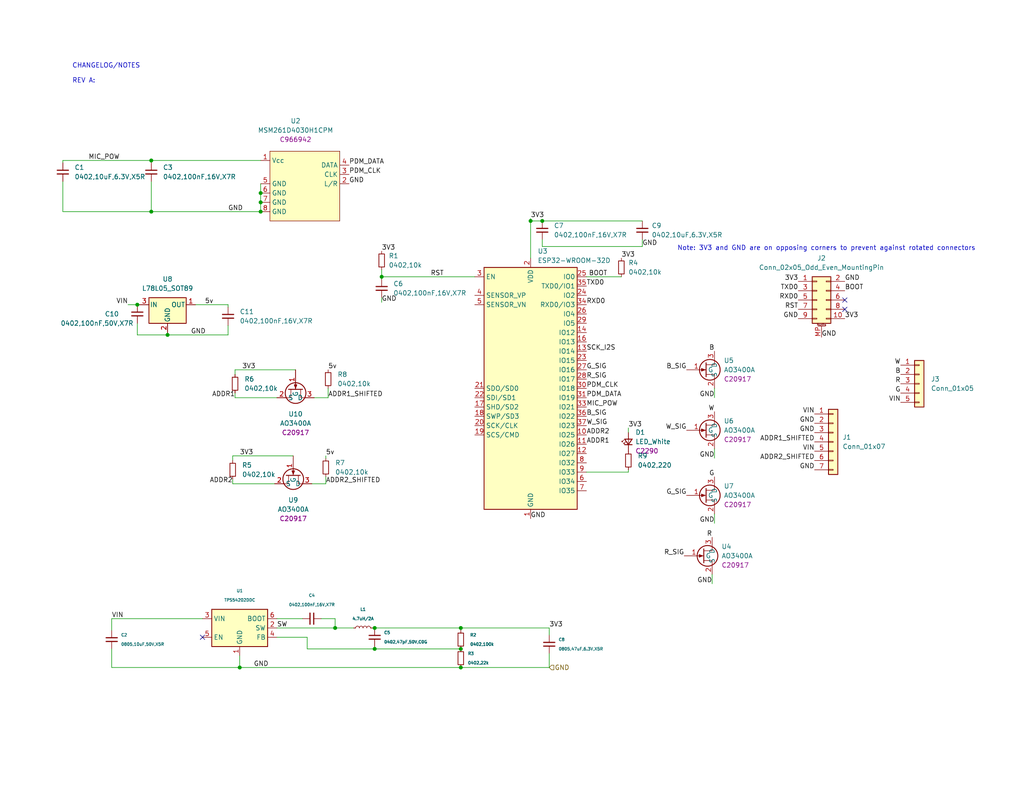
<source format=kicad_sch>
(kicad_sch (version 20211123) (generator eeschema)
  (paper "USLetter")
  (title_block (title "Main"))
  (lib_symbols
    (symbol "Connector_Generic:Conn_01x05" (pin_names (offset 1.016) hide)
      (property "Reference" "J" (at 0 7.62 0))
      (property "Value" "Conn_01x05" (at 0 -7.62 0))
      (symbol "Conn_01x05_1_1"
        (rectangle (start -1.27 -4.953) (end 0 -5.207) (stroke (width 0.1524)))
        (rectangle (start -1.27 -2.413) (end 0 -2.667) (stroke (width 0.1524)))
        (rectangle (start -1.27 0.127) (end 0 -0.127) (stroke (width 0.1524)))
        (rectangle (start -1.27 2.667) (end 0 2.413) (stroke (width 0.1524)))
        (rectangle (start -1.27 5.207) (end 0 4.953) (stroke (width 0.1524)))
        (rectangle (start -1.27 6.35) (end 1.27 -6.35) (stroke (width 0.254)) (fill (type background)))
        (pin passive line (at -5.08 5.08 0) (length 3.81) (name "Pin_1") (number "1"))
        (pin passive line (at -5.08 2.54 0) (length 3.81) (name "Pin_2") (number "2"))
        (pin passive line (at -5.08 0 0) (length 3.81) (name "Pin_3") (number "3"))
        (pin passive line (at -5.08 -2.54 0) (length 3.81) (name "Pin_4") (number "4"))
        (pin passive line (at -5.08 -5.08 0) (length 3.81) (name "Pin_5") (number "5"))
      )
    )
    (symbol "Connector_Generic:Conn_01x07" (pin_names (offset 1.016) hide)
      (property "Reference" "J" (at 0 10.16 0))
      (property "Value" "Conn_01x07" (at 0 -10.16 0))
      (symbol "Conn_01x07_1_1"
        (rectangle (start -1.27 -7.493) (end 0 -7.747) (stroke (width 0.1524)))
        (rectangle (start -1.27 -4.953) (end 0 -5.207) (stroke (width 0.1524)))
        (rectangle (start -1.27 -2.413) (end 0 -2.667) (stroke (width 0.1524)))
        (rectangle (start -1.27 0.127) (end 0 -0.127) (stroke (width 0.1524)))
        (rectangle (start -1.27 2.667) (end 0 2.413) (stroke (width 0.1524)))
        (rectangle (start -1.27 5.207) (end 0 4.953) (stroke (width 0.1524)))
        (rectangle (start -1.27 7.747) (end 0 7.493) (stroke (width 0.1524)))
        (rectangle (start -1.27 8.89) (end 1.27 -8.89) (stroke (width 0.254)) (fill (type background)))
        (pin passive line (at -5.08 7.62 0) (length 3.81) (name "Pin_1") (number "1"))
        (pin passive line (at -5.08 5.08 0) (length 3.81) (name "Pin_2") (number "2"))
        (pin passive line (at -5.08 2.54 0) (length 3.81) (name "Pin_3") (number "3"))
        (pin passive line (at -5.08 0 0) (length 3.81) (name "Pin_4") (number "4"))
        (pin passive line (at -5.08 -2.54 0) (length 3.81) (name "Pin_5") (number "5"))
        (pin passive line (at -5.08 -5.08 0) (length 3.81) (name "Pin_6") (number "6"))
        (pin passive line (at -5.08 -7.62 0) (length 3.81) (name "Pin_7") (number "7"))
      )
    )
    (symbol "Connector_Generic_MountingPin:Conn_02x05_Odd_Even_MountingPin" (pin_names (offset 1.016) hide)
      (property "Reference" "J" (at 1.27 7.62 0))
      (property "Value" "Conn_02x05_Odd_Even_MountingPin" (at 2.54 -7.62 0))
      (symbol "Conn_02x05_Odd_Even_MountingPin_1_1"
        (rectangle (start -1.27 -4.953) (end 0 -5.207) (stroke (width 0.1524)))
        (rectangle (start -1.27 -2.413) (end 0 -2.667) (stroke (width 0.1524)))
        (rectangle (start -1.27 0.127) (end 0 -0.127) (stroke (width 0.1524)))
        (rectangle (start -1.27 2.667) (end 0 2.413) (stroke (width 0.1524)))
        (rectangle (start -1.27 5.207) (end 0 4.953) (stroke (width 0.1524)))
        (rectangle (start -1.27 6.35) (end 3.81 -6.35) (stroke (width 0.254)) (fill (type background)))
        (polyline (pts (xy 0.254 -7.112) (xy 2.286 -7.112)) (stroke (width 0.1524)))
        (rectangle (start 3.81 -4.953) (end 2.54 -5.207) (stroke (width 0.1524)))
        (rectangle (start 3.81 -2.413) (end 2.54 -2.667) (stroke (width 0.1524)))
        (rectangle (start 3.81 0.127) (end 2.54 -0.127) (stroke (width 0.1524)))
        (rectangle (start 3.81 2.667) (end 2.54 2.413) (stroke (width 0.1524)))
        (rectangle (start 3.81 5.207) (end 2.54 4.953) (stroke (width 0.1524)))
        (text "Mounting" (at 1.27 -6.731 0) (effects (font (size 0.381 0.381))))
        (pin passive line (at -5.08 5.08 0) (length 3.81) (name "Pin_1") (number "1"))
        (pin passive line (at 7.62 -5.08 180) (length 3.81) (name "Pin_10") (number "10"))
        (pin passive line (at 7.62 5.08 180) (length 3.81) (name "Pin_2") (number "2"))
        (pin passive line (at -5.08 2.54 0) (length 3.81) (name "Pin_3") (number "3"))
        (pin passive line (at 7.62 2.54 180) (length 3.81) (name "Pin_4") (number "4"))
        (pin passive line (at -5.08 0 0) (length 3.81) (name "Pin_5") (number "5"))
        (pin passive line (at 7.62 0 180) (length 3.81) (name "Pin_6") (number "6"))
        (pin passive line (at -5.08 -2.54 0) (length 3.81) (name "Pin_7") (number "7"))
        (pin passive line (at 7.62 -2.54 180) (length 3.81) (name "Pin_8") (number "8"))
        (pin passive line (at -5.08 -5.08 0) (length 3.81) (name "Pin_9") (number "9"))
        (pin passive line (at 1.27 -10.16 90) (length 3.048) (name "MountPin") (number "MP"))
      )
    )
    (symbol "Device:L_Small" (pin_numbers hide) (pin_names (offset 0.254) hide)
      (property "Reference" "L" (at 0.762 1.016 0))
      (property "Value" "L_Small" (at 0.762 -1.016 0))
      (symbol "L_Small_0_1"
        (arc (start 0 -2.032) (mid 0.508 -1.524) (end 0 -1.016))
        (arc (start 0 -1.016) (mid 0.508 -0.508) (end 0 0))
        (arc (start 0 0) (mid 0.508 0.508) (end 0 1.016))
        (arc (start 0 1.016) (mid 0.508 1.524) (end 0 2.032))
      )
      (symbol "L_Small_1_1"
        (pin passive line (at 0 2.54 270) (length 0.508) (name "~") (number "1"))
        (pin passive line (at 0 -2.54 90) (length 0.508) (name "~") (number "2"))
      )
    )
    (symbol "RF_Module:ESP32-WROOM-32D"
      (property "Reference" "U" (at -12.7 34.29 0))
      (property "Value" "ESP32-WROOM-32D" (at 1.27 34.29 0))
      (symbol "ESP32-WROOM-32D_0_1"
        (rectangle (start -12.7 33.02) (end 12.7 -33.02) (stroke (width 0.254)) (fill (type background)))
      )
      (symbol "ESP32-WROOM-32D_1_1"
        (pin power_in line (at 0 -35.56 90) (length 2.54) (name "GND") (number "1"))
        (pin bidirectional line (at 15.24 -12.7 180) (length 2.54) (name "IO25") (number "10"))
        (pin bidirectional line (at 15.24 -15.24 180) (length 2.54) (name "IO26") (number "11"))
        (pin bidirectional line (at 15.24 -17.78 180) (length 2.54) (name "IO27") (number "12"))
        (pin bidirectional line (at 15.24 10.16 180) (length 2.54) (name "IO14") (number "13"))
        (pin bidirectional line (at 15.24 15.24 180) (length 2.54) (name "IO12") (number "14"))
        (pin passive line (at 0 -35.56 90) (length 2.54) hide (name "GND") (number "15"))
        (pin bidirectional line (at 15.24 12.7 180) (length 2.54) (name "IO13") (number "16"))
        (pin bidirectional line (at -15.24 -5.08 0) (length 2.54) (name "SHD/SD2") (number "17"))
        (pin bidirectional line (at -15.24 -7.62 0) (length 2.54) (name "SWP/SD3") (number "18"))
        (pin bidirectional line (at -15.24 -12.7 0) (length 2.54) (name "SCS/CMD") (number "19"))
        (pin power_in line (at 0 35.56 270) (length 2.54) (name "VDD") (number "2"))
        (pin bidirectional line (at -15.24 -10.16 0) (length 2.54) (name "SCK/CLK") (number "20"))
        (pin bidirectional line (at -15.24 0 0) (length 2.54) (name "SDO/SD0") (number "21"))
        (pin bidirectional line (at -15.24 -2.54 0) (length 2.54) (name "SDI/SD1") (number "22"))
        (pin bidirectional line (at 15.24 7.62 180) (length 2.54) (name "IO15") (number "23"))
        (pin bidirectional line (at 15.24 25.4 180) (length 2.54) (name "IO2") (number "24"))
        (pin bidirectional line (at 15.24 30.48 180) (length 2.54) (name "IO0") (number "25"))
        (pin bidirectional line (at 15.24 20.32 180) (length 2.54) (name "IO4") (number "26"))
        (pin bidirectional line (at 15.24 5.08 180) (length 2.54) (name "IO16") (number "27"))
        (pin bidirectional line (at 15.24 2.54 180) (length 2.54) (name "IO17") (number "28"))
        (pin bidirectional line (at 15.24 17.78 180) (length 2.54) (name "IO5") (number "29"))
        (pin input line (at -15.24 30.48 0) (length 2.54) (name "EN") (number "3"))
        (pin bidirectional line (at 15.24 0 180) (length 2.54) (name "IO18") (number "30"))
        (pin bidirectional line (at 15.24 -2.54 180) (length 2.54) (name "IO19") (number "31"))
        (pin no_connect line (at -12.7 -27.94 0) (length 2.54) hide (name "NC") (number "32"))
        (pin bidirectional line (at 15.24 -5.08 180) (length 2.54) (name "IO21") (number "33"))
        (pin bidirectional line (at 15.24 22.86 180) (length 2.54) (name "RXD0/IO3") (number "34"))
        (pin bidirectional line (at 15.24 27.94 180) (length 2.54) (name "TXD0/IO1") (number "35"))
        (pin bidirectional line (at 15.24 -7.62 180) (length 2.54) (name "IO22") (number "36"))
        (pin bidirectional line (at 15.24 -10.16 180) (length 2.54) (name "IO23") (number "37"))
        (pin passive line (at 0 -35.56 90) (length 2.54) hide (name "GND") (number "38"))
        (pin passive line (at 0 -35.56 90) (length 2.54) hide (name "GND") (number "39"))
        (pin input line (at -15.24 25.4 0) (length 2.54) (name "SENSOR_VP") (number "4"))
        (pin input line (at -15.24 22.86 0) (length 2.54) (name "SENSOR_VN") (number "5"))
        (pin input line (at 15.24 -25.4 180) (length 2.54) (name "IO34") (number "6"))
        (pin input line (at 15.24 -27.94 180) (length 2.54) (name "IO35") (number "7"))
        (pin bidirectional line (at 15.24 -20.32 180) (length 2.54) (name "IO32") (number "8"))
        (pin bidirectional line (at 15.24 -22.86 180) (length 2.54) (name "IO33") (number "9"))
      )
    )
    (symbol "Regulator_Linear:L78L05_SOT89" (pin_names (offset 0.254))
      (property "Reference" "U" (at -3.81 3.175 0))
      (property "Value" "L78L05_SOT89" (at -0.635 3.175 0))
      (symbol "L78L05_SOT89_0_1"
        (rectangle (start -5.08 1.905) (end 5.08 -5.08) (stroke (width 0.254)) (fill (type background)))
      )
      (symbol "L78L05_SOT89_1_1"
        (pin power_out line (at 7.62 0 180) (length 2.54) (name "OUT") (number "1"))
        (pin power_in line (at 0 -7.62 90) (length 2.54) (name "GND") (number "2"))
        (pin power_in line (at -7.62 0 0) (length 2.54) (name "IN") (number "3"))
      )
    )
    (symbol "Regulator_Switching:TPS54202DDC"
      (property "Reference" "U" (at -7.62 6.35 0))
      (property "Value" "TPS54202DDC" (at 0 6.35 0))
      (symbol "TPS54202DDC_0_1"
        (rectangle (start -7.62 5.08) (end 7.62 -5.08) (stroke (width 0.254)) (fill (type background)))
      )
      (symbol "TPS54202DDC_1_1"
        (pin power_in line (at 0 -7.62 90) (length 2.54) (name "GND") (number "1"))
        (pin power_out line (at 10.16 0 180) (length 2.54) (name "SW") (number "2"))
        (pin power_in line (at -10.16 2.54 0) (length 2.54) (name "VIN") (number "3"))
        (pin input line (at 10.16 -2.54 180) (length 2.54) (name "FB") (number "4"))
        (pin input line (at -10.16 -2.54 0) (length 2.54) (name "EN") (number "5"))
        (pin passive line (at 10.16 2.54 180) (length 2.54) (name "BOOT") (number "6"))
      )
    )
    (symbol "WS_LCSC_ICs:MSM261D4030H1CPM"
      (property "Reference" "U" (at 6.35 8.89 0))
      (property "Value" "MSM261D4030H1CPM" (at 8.89 6.35 0))
      (property "LCSC" "C966942" (at 8.89 3.81 0))
      (symbol "MSM261D4030H1CPM_0_0"
        (pin unspecified line (at 0 0 0) (length 2.54) (name "Vcc") (number "1"))
        (pin unspecified line (at 24.13 -6.35 180) (length 2.54) (name "L/R") (number "2"))
        (pin unspecified line (at 24.13 -3.81 180) (length 2.54) (name "CLK") (number "3"))
        (pin unspecified line (at 24.13 -1.27 180) (length 2.54) (name "DATA") (number "4"))
        (pin unspecified line (at 0 -6.35 0) (length 2.54) (name "GND") (number "5"))
        (pin unspecified line (at 0 -8.89 0) (length 2.54) (name "GND") (number "6"))
        (pin unspecified line (at 0 -11.43 0) (length 2.54) (name "GND") (number "7"))
        (pin unspecified line (at 0 -13.97 0) (length 2.54) (name "GND") (number "8"))
      )
      (symbol "MSM261D4030H1CPM_0_1"
        (rectangle (start 2.54 2.54) (end 21.59 -16.51) (fill (type background)))
      )
    )
    (symbol "WS_LCSC_Optoelectronics:LED_White" (pin_numbers hide) (pin_names (offset 0.254) hide)
      (property "Reference" "D" (at -1.27 3.175 0))
      (property "Value" "LED_White" (at -4.445 -2.54 0))
      (property "LCSC" "C2290" (at 0 0 0))
      (symbol "LED_White_0_1"
        (polyline (pts (xy -0.762 -1.016) (xy -0.762 1.016)) (stroke (width 0.254)))
        (polyline (pts (xy 1.016 0) (xy -0.762 0)))
        (polyline (pts (xy 0.762 -1.016) (xy -0.762 0) (xy 0.762 1.016) (xy 0.762 -1.016)) (stroke (width 0.254)))
        (polyline (pts (xy 0 0.762) (xy -0.508 1.27) (xy -0.254 1.27) (xy -0.508 1.27) (xy -0.508 1.016)))
        (polyline (pts (xy 0.508 1.27) (xy 0 1.778) (xy 0.254 1.778) (xy 0 1.778) (xy 0 1.524)))
      )
      (symbol "LED_White_1_1"
        (pin passive line (at -2.54 0 0) (length 1.778) (name "K") (number "1"))
        (pin passive line (at 2.54 0 180) (length 1.778) (name "A") (number "2"))
      )
    )
    (symbol "WS_LCSC_transistors:AO3400A"
      (property "Reference" "U" (at -8.89 2.54 0))
      (property "Value" "AO3400A" (at -6.35 5.08 0))
      (property "LCSC" "C20917" (at 1.27 21.59 0))
      (symbol "AO3400A_0_1"
        (polyline (pts (xy -1.016 1.905) (xy -1.016 -1.905) (xy -1.016 -1.905)) (stroke (width 0.254)))
        (polyline (pts (xy 1.27 -2.54) (xy 1.27 -1.27) (xy -1.016 -1.27)))
        (polyline (pts (xy 1.27 2.54) (xy 1.27 1.397) (xy -1.016 1.397)))
        (polyline (pts (xy -1.27 0) (xy -2.286 0.381) (xy -2.286 -0.381) (xy -1.27 0)) (fill (type outline)))
        (circle (center 0 0) (radius 2.8194) (stroke (width 0.254)))
      )
      (symbol "AO3400A_1_1"
        (pin input line (at -6.35 0 0) (length 5.334) (name "G") (number "1"))
        (pin passive line (at 1.27 -5.08 90) (length 2.54) (name "S") (number "2"))
        (pin passive line (at 1.27 5.08 270) (length 2.54) (name "D") (number "3"))
      )
    )
    (symbol "jlcpcb-basic-capacitor:0402,100nF,16V,X7R "
      (property "Reference" "C" (at 1.71 0.508 0))
      (property "Value" "0402,100nF,16V,X7R " (at 1.71 -1.016 0))
      (symbol "0402,100nF,16V,X7R _0_0"
        (polyline (pts (xy -1.524 -0.508) (xy 1.524 -0.508)) (stroke (width 0.3048)))
        (polyline (pts (xy -1.524 0.508) (xy 1.524 0.508)) (stroke (width 0.3048)))
        (pin passive line (at 0 2.54 270) (length 2.032) (name "~") (number "1"))
        (pin passive line (at 0 -2.54 90) (length 2.032) (name "~") (number "2"))
      )
    )
    (symbol "jlcpcb-basic-capacitor:0402,100nF,50V,X7R "
      (property "Reference" "C" (at 1.71 0.508 0))
      (property "Value" "0402,100nF,50V,X7R " (at 1.71 -1.016 0))
      (symbol "0402,100nF,50V,X7R _0_0"
        (polyline (pts (xy -1.524 -0.508) (xy 1.524 -0.508)) (stroke (width 0.3048)))
        (polyline (pts (xy -1.524 0.508) (xy 1.524 0.508)) (stroke (width 0.3048)))
        (pin passive line (at 0 2.54 270) (length 2.032) (name "~") (number "1"))
        (pin passive line (at 0 -2.54 90) (length 2.032) (name "~") (number "2"))
      )
    )
    (symbol "jlcpcb-basic-capacitor:0402,10uF,6.3V,X5R "
      (property "Reference" "C" (at 1.71 0.508 0))
      (property "Value" "0402,10uF,6.3V,X5R " (at 1.71 -1.016 0))
      (symbol "0402,10uF,6.3V,X5R _0_0"
        (polyline (pts (xy -1.524 -0.508) (xy 1.524 -0.508)) (stroke (width 0.3048)))
        (polyline (pts (xy -1.524 0.508) (xy 1.524 0.508)) (stroke (width 0.3048)))
        (pin passive line (at 0 2.54 270) (length 2.032) (name "~") (number "1"))
        (pin passive line (at 0 -2.54 90) (length 2.032) (name "~") (number "2"))
      )
    )
    (symbol "jlcpcb-basic-capacitor:0402,47pF,50V,C0G "
      (property "Reference" "C" (at 1.71 0.508 0))
      (property "Value" "0402,47pF,50V,C0G " (at 1.71 -1.016 0))
      (symbol "0402,47pF,50V,C0G _0_0"
        (polyline (pts (xy -1.524 -0.508) (xy 1.524 -0.508)) (stroke (width 0.3048)))
        (polyline (pts (xy -1.524 0.508) (xy 1.524 0.508)) (stroke (width 0.3048)))
        (pin passive line (at 0 2.54 270) (length 2.032) (name "~") (number "1"))
        (pin passive line (at 0 -2.54 90) (length 2.032) (name "~") (number "2"))
      )
    )
    (symbol "jlcpcb-basic-capacitor:0805,10uF,50V,X5R "
      (property "Reference" "C" (at 1.71 0.508 0))
      (property "Value" "0805,10uF,50V,X5R " (at 1.71 -1.016 0))
      (symbol "0805,10uF,50V,X5R _0_0"
        (polyline (pts (xy -1.524 -0.508) (xy 1.524 -0.508)) (stroke (width 0.3048)))
        (polyline (pts (xy -1.524 0.508) (xy 1.524 0.508)) (stroke (width 0.3048)))
        (pin passive line (at 0 2.54 270) (length 2.032) (name "~") (number "1"))
        (pin passive line (at 0 -2.54 90) (length 2.032) (name "~") (number "2"))
      )
    )
    (symbol "jlcpcb-basic-capacitor:0805,47uF,6.3V,X5R "
      (property "Reference" "C" (at 1.71 0.508 0))
      (property "Value" "0805,47uF,6.3V,X5R " (at 1.71 -1.016 0))
      (symbol "0805,47uF,6.3V,X5R _0_0"
        (polyline (pts (xy -1.524 -0.508) (xy 1.524 -0.508)) (stroke (width 0.3048)))
        (polyline (pts (xy -1.524 0.508) (xy 1.524 0.508)) (stroke (width 0.3048)))
        (pin passive line (at 0 2.54 270) (length 2.032) (name "~") (number "1"))
        (pin passive line (at 0 -2.54 90) (length 2.032) (name "~") (number "2"))
      )
    )
    (symbol "jlcpcb-basic-resistor:0402,100k"
      (property "Reference" "R" (at 0.762 0.508 0))
      (property "Value" "0402,100k" (at 0.762 -1.016 0))
      (symbol "0402,100k_0_0"
        (rectangle (start -0.762 1.778) (end 0.762 -1.778) (stroke (width 0.2032)))
        (pin passive line (at 0 2.54 270) (length 0.762) (name "~") (number "1"))
        (pin passive line (at 0 -2.54 90) (length 0.762) (name "~") (number "2"))
      )
    )
    (symbol "jlcpcb-basic-resistor:0402,10k"
      (property "Reference" "R" (at 0.762 0.508 0))
      (property "Value" "0402,10k" (at 0.762 -1.016 0))
      (symbol "0402,10k_0_0"
        (rectangle (start -0.762 1.778) (end 0.762 -1.778) (stroke (width 0.2032)))
        (pin passive line (at 0 2.54 270) (length 0.762) (name "~") (number "1"))
        (pin passive line (at 0 -2.54 90) (length 0.762) (name "~") (number "2"))
      )
    )
    (symbol "jlcpcb-basic-resistor:0402,220"
      (property "Reference" "R" (at 0.762 0.508 0))
      (property "Value" "0402,220" (at 0.762 -1.016 0))
      (symbol "0402,220_0_0"
        (rectangle (start -0.762 1.778) (end 0.762 -1.778) (stroke (width 0.2032)))
        (pin passive line (at 0 2.54 270) (length 0.762) (name "~") (number "1"))
        (pin passive line (at 0 -2.54 90) (length 0.762) (name "~") (number "2"))
      )
    )
    (symbol "jlcpcb-basic-resistor:0402,22k"
      (property "Reference" "R" (at 0.762 0.508 0))
      (property "Value" "0402,22k" (at 0.762 -1.016 0))
      (symbol "0402,22k_0_0"
        (rectangle (start -0.762 1.778) (end 0.762 -1.778) (stroke (width 0.2032)))
        (pin passive line (at 0 2.54 270) (length 0.762) (name "~") (number "1"))
        (pin passive line (at 0 -2.54 90) (length 0.762) (name "~") (number "2"))
      )
    )
  )
  (junction (at 104.14 75.565))
  (junction (at 102.235 171.45))
  (junction (at 37.465 83.185))
  (junction (at 147.955 60.325))
  (junction (at 45.72 91.44))
  (junction (at 144.78 60.325))
  (junction (at 71.12 55.245))
  (junction (at 91.44 171.45))
  (junction (at 125.73 171.45))
  (junction (at 71.12 57.785))
  (junction (at 41.275 43.815))
  (junction (at 65.405 182.245))
  (junction (at 71.12 52.705))
  (junction (at 41.275 57.785))
  (junction (at 102.235 177.165))
  (junction (at 125.73 182.245))
  (junction (at 125.73 177.165))
  (no_connect (at 230.505 84.455))
  (no_connect (at 55.245 173.99))
  (no_connect (at 230.505 81.915))
  (wire (pts (xy 91.44 168.91) (xy 91.44 171.45)))
  (wire (pts (xy 62.23 88.9) (xy 62.23 91.44)))
  (wire (pts (xy 41.275 49.53) (xy 41.275 57.785)))
  (wire (pts (xy 64.135 108.585) (xy 64.135 107.315)))
  (wire (pts (xy 37.465 83.185) (xy 38.1 83.185)))
  (wire (pts (xy 104.14 73.66) (xy 104.14 75.565)))
  (wire (pts (xy 37.465 91.44) (xy 45.72 91.44)))
  (wire (pts (xy 80.645 100.965) (xy 64.135 100.965)))
  (wire (pts (xy 53.34 83.185) (xy 62.23 83.185)))
  (wire (pts (xy 85.725 108.585) (xy 89.535 108.585)))
  (wire (pts (xy 88.9 124.46) (xy 88.9 125.095)))
  (wire (pts (xy 41.275 43.815) (xy 17.145 43.815)))
  (wire (pts (xy 45.72 91.44) (xy 45.72 90.805)))
  (wire (pts (xy 83.82 173.99) (xy 75.565 173.99)))
  (wire (pts (xy 62.23 91.44) (xy 45.72 91.44)))
  (wire (pts (xy 80.01 124.46) (xy 63.5 124.46)))
  (wire (pts (xy 71.12 43.815) (xy 41.275 43.815)))
  (wire (pts (xy 160.02 75.565) (xy 169.545 75.565)))
  (wire (pts (xy 87.63 168.91) (xy 91.44 168.91)))
  (wire (pts (xy 129.54 75.565) (xy 104.14 75.565)))
  (wire (pts (xy 30.48 182.245) (xy 65.405 182.245)))
  (wire (pts (xy 63.5 124.46) (xy 63.5 125.73)))
  (wire (pts (xy 194.945 125.095) (xy 194.945 122.555)))
  (wire (pts (xy 125.73 182.245) (xy 65.405 182.245)))
  (wire (pts (xy 71.12 55.245) (xy 71.12 57.785)))
  (wire (pts (xy 171.45 116.84) (xy 171.45 118.11)))
  (wire (pts (xy 55.245 168.91) (xy 30.48 168.91)))
  (wire (pts (xy 104.14 75.565) (xy 104.14 76.2)))
  (wire (pts (xy 102.235 177.165) (xy 102.235 176.53)))
  (wire (pts (xy 104.14 82.55) (xy 104.14 81.28)))
  (wire (pts (xy 30.48 168.91) (xy 30.48 172.085)))
  (wire (pts (xy 62.23 83.185) (xy 62.23 83.82)))
  (wire (pts (xy 71.12 52.705) (xy 71.12 55.245)))
  (wire (pts (xy 125.73 172.085) (xy 125.73 171.45)))
  (wire (pts (xy 17.145 43.815) (xy 17.145 44.45)))
  (wire (pts (xy 71.12 50.165) (xy 71.12 52.705)))
  (wire (pts (xy 144.78 60.325) (xy 144.78 70.485)))
  (wire (pts (xy 88.9 132.08) (xy 88.9 130.175)))
  (wire (pts (xy 37.465 88.265) (xy 37.465 91.44)))
  (wire (pts (xy 75.565 108.585) (xy 64.135 108.585)))
  (wire (pts (xy 144.78 59.69) (xy 144.78 60.325)))
  (wire (pts (xy 102.235 171.45) (xy 125.73 171.45)))
  (wire (pts (xy 74.93 132.08) (xy 63.5 132.08)))
  (wire (pts (xy 144.78 60.325) (xy 147.955 60.325)))
  (wire (pts (xy 85.09 132.08) (xy 88.9 132.08)))
  (wire (pts (xy 75.565 168.91) (xy 82.55 168.91)))
  (wire (pts (xy 149.86 178.435) (xy 149.86 182.245)))
  (wire (pts (xy 64.135 100.965) (xy 64.135 102.235)))
  (wire (pts (xy 175.26 67.31) (xy 147.955 67.31)))
  (wire (pts (xy 194.945 108.585) (xy 194.945 106.045)))
  (wire (pts (xy 175.26 67.31) (xy 175.26 65.405)))
  (wire (pts (xy 71.12 57.785) (xy 41.275 57.785)))
  (wire (pts (xy 194.31 159.385) (xy 194.31 156.845)))
  (wire (pts (xy 147.955 60.325) (xy 175.26 60.325)))
  (wire (pts (xy 160.02 128.905) (xy 171.45 128.905)))
  (wire (pts (xy 91.44 171.45) (xy 96.52 171.45)))
  (wire (pts (xy 102.235 171.45) (xy 101.6 171.45)))
  (wire (pts (xy 171.45 128.905) (xy 171.45 128.27)))
  (wire (pts (xy 125.73 177.165) (xy 102.235 177.165)))
  (wire (pts (xy 65.405 179.07) (xy 65.405 182.245)))
  (wire (pts (xy 194.945 142.875) (xy 194.945 140.335)))
  (wire (pts (xy 91.44 171.45) (xy 75.565 171.45)))
  (wire (pts (xy 125.73 171.45) (xy 149.86 171.45)))
  (wire (pts (xy 63.5 132.08) (xy 63.5 130.81)))
  (wire (pts (xy 34.925 83.185) (xy 37.465 83.185)))
  (wire (pts (xy 41.275 57.785) (xy 17.145 57.785)))
  (wire (pts (xy 102.235 177.165) (xy 83.82 177.165)))
  (wire (pts (xy 149.86 171.45) (xy 149.86 173.355)))
  (wire (pts (xy 17.145 57.785) (xy 17.145 49.53)))
  (wire (pts (xy 41.275 43.815) (xy 41.275 44.45)))
  (wire (pts (xy 147.955 67.31) (xy 147.955 65.405)))
  (wire (pts (xy 30.48 177.165) (xy 30.48 182.245)))
  (wire (pts (xy 125.73 182.245) (xy 149.86 182.245)))
  (wire (pts (xy 83.82 177.165) (xy 83.82 173.99)))
  (wire (pts (xy 89.535 108.585) (xy 89.535 106.045)))
  (text "Note: 3V3 and GND are on opposing corners to prevent against rotated connectors\n" (at 184.785 68.58 0) (effects (font (size 1.27 1.27)) (justify left bottom)))
  (text "CHANGELOG/NOTES\n\nREV A: " (at 19.685 22.86 0) (effects (font (size 1.27 1.27)) (justify left bottom)))
  (label "R" (at 245.745 104.775 180))
  (label "ADDR1_SHIFTED" (at 89.535 108.585 0))
  (label "R_SIG" (at 160.02 103.505 0))
  (label "GND" (at 222.25 128.27 180))
  (label "R_SIG" (at 186.69 151.765 180))
  (label "5v" (at 89.535 100.965 0))
  (label "SCK_I2S" (at 160.02 95.885 0))
  (label "TXD0" (at 160.02 78.105 0))
  (label "PDM_CLK" (at 95.25 47.625 0))
  (label "GND" (at 217.805 86.995 180))
  (label "ADDR2_SHIFTED" (at 222.25 125.73 180))
  (label "B_SIG" (at 160.02 113.665 0))
  (label "W" (at 245.745 99.695 180))
  (label "ADDR1_SHIFTED" (at 222.25 120.65 180))
  (label "GND" (at 194.945 108.585 180))
  (label "RXD0" (at 160.02 83.185 0))
  (label "GND" (at 222.25 118.11 180))
  (label "5v" (at 88.9 124.46 0))
  (label "R" (at 194.31 146.685 180))
  (label "3V3" (at 169.545 70.485 0))
  (label "PDM_DATA" (at 160.02 108.585 0))
  (label "GND" (at 175.26 67.31 0))
  (label "VIN" (at 245.745 109.855 180))
  (label "W_SIG" (at 160.02 116.205 0))
  (label "G_SIG" (at 187.325 135.255 180))
  (label "VIN" (at 34.925 83.185 180))
  (label "3V3" (at 65.405 124.46 0))
  (label "MIC_POW" (at 24.13 43.815 0))
  (label "GND" (at 230.505 76.835 0))
  (label "3V3" (at 104.14 68.58 0))
  (label "ADDR2_SHIFTED" (at 88.9 132.08 0))
  (label "GND" (at 52.07 91.44 0))
  (label "W" (at 194.945 112.395 180))
  (label "3V3" (at 217.805 76.835 180))
  (label "ADDR2" (at 63.5 132.08 180))
  (label "3V3" (at 149.86 171.45 0))
  (label "RST" (at 117.475 75.565 0))
  (label "B" (at 245.745 102.235 180))
  (label "G_SIG" (at 160.02 100.965 0))
  (label "3V3" (at 171.45 116.84 0))
  (label "GND" (at 194.945 125.095 180))
  (label "PDM_CLK" (at 160.02 106.045 0))
  (label "PDM_DATA" (at 95.25 45.085 0))
  (label "GND" (at 222.25 115.57 180))
  (label "ADDR2" (at 160.02 118.745 0))
  (label "GND" (at 69.215 182.245 0))
  (label "B" (at 194.945 95.885 180))
  (label "B_SIG" (at 187.325 100.965 180))
  (label "W_SIG" (at 187.325 117.475 180))
  (label "GND" (at 224.155 92.075 0))
  (label "3V3" (at 230.505 86.995 0))
  (label "VIN" (at 30.48 168.91 0))
  (label "5v" (at 55.88 83.185 0))
  (label "SW" (at 75.565 171.45 0))
  (label "TXD0" (at 217.805 79.375 180))
  (label "GND" (at 194.31 159.385 180))
  (label "VIN" (at 222.25 123.19 180))
  (label "GND" (at 104.14 82.55 0))
  (label "3V3" (at 144.78 59.69 0))
  (label "GND" (at 194.945 142.875 180))
  (label "G" (at 245.745 107.315 180))
  (label "BOOT" (at 165.735 75.565 180))
  (label "GND" (at 62.23 57.785 0))
  (label "G" (at 194.945 130.175 180))
  (label "GND" (at 95.25 50.165 0))
  (label "RST" (at 217.805 84.455 180))
  (label "ADDR1" (at 64.135 108.585 180))
  (label "GND" (at 144.78 141.605 0))
  (label "RXD0" (at 217.805 81.915 180))
  (label "ADDR1" (at 160.02 121.285 0))
  (label "3V3" (at 66.04 100.965 0))
  (label "MIC_POW" (at 160.02 111.125 0))
  (label "VIN" (at 222.25 113.03 180))
  (label "BOOT" (at 230.505 79.375 0))
  (hierarchical_label "GND" (shape input) (at 149.86 182.245 0))
  (symbol (lib_id "Regulator_Switching:TPS54202DDC") (at 65.405 171.45 0) (unit 1)
    (property "Reference" "U1" (at 65.405 161.29 0) (effects (font (size 0.8 0.8))))
    (property "Value" "TPS54202DDC" (at 65.405 163.83 0) (effects (font (size 0.8 0.8))))
    (property "Footprint" "Package_TO_SOT_SMD:SOT-23-6" (effects hide))
    (property "Datasheet" "http://www.ti.com/lit/ds/symlink/tps54202.pdf" (effects hide))
    (property "LCSC" "C191884" (effects hide))
    (property "MFG" "Texas Instruments" (effects hide))
    (property "MFGPN" "TPS54202DDCR" (effects hide))
  )
  (symbol (lib_id "jlcpcb-basic-capacitor:0402,100nF,16V,X7R ") (at 85.09 168.91 90) (unit 1)
    (property "Reference" "C4" (at 85.09 162.56 90) (effects (font (size 0.8 0.8))))
    (property "Value" "0402,100nF,16V,X7R " (at 85.09 165.1 90) (effects (font (size 0.8 0.8))))
    (property "Footprint" "Capacitor_SMD:C_0402_1005Metric" (effects hide))
    (property "Datasheet" "https://datasheet.lcsc.com/lcsc/1810191219_Samsung-Electro-Mechanics-CL05B104KO5NNNC_C1525.pdf" (effects hide))
    (property "LCSC" "C1525" (effects hide))
    (property "MFG" "Samsung Electro-Mechanics" (effects hide))
    (property "MFGPN" "CL05B104KO5NNNC" (effects hide))
  )
  (symbol (lib_id "jlcpcb-basic-capacitor:0402,100nF,16V,X7R ") (at 41.275 46.99 0) (unit 1)
    (property "Reference" "C3" (at 44.45 45.7199 0) (effects (justify left)))
    (property "Value" "0402,100nF,16V,X7R " (at 44.45 48.2599 0) (effects (justify left)))
    (property "Footprint" "C_0402_1005Metric" (effects hide))
    (property "Datasheet" "https://datasheet.lcsc.com/lcsc/1810191219_Samsung-Electro-Mechanics-CL05B104KO5NNNC_C1525.pdf" (effects hide))
    (property "LCSC" "C1525" (effects hide))
    (property "MFG" "Samsung Electro-Mechanics" (effects hide))
    (property "MFGPN" "CL05B104KO5NNNC" (effects hide))
  )
  (symbol (lib_id "Connector_Generic_MountingPin:Conn_02x05_Odd_Even_MountingPin") (at 222.885 81.915 0) (unit 1)
    (property "Reference" "J2" (at 224.155 70.485 0))
    (property "Value" "Conn_02x05_Odd_Even_MountingPin" (at 224.155 73.025 0))
    (property "Footprint" "WS_LCSC_Connectors:YXT-BB10-10S-02" (effects hide))
    (property "LCSC" "C2763970" (effects hide))
  )
  (symbol (lib_id "jlcpcb-basic-capacitor:0402,100nF,16V,X7R ") (at 147.955 62.865 0) (unit 1)
    (property "Reference" "C7" (at 151.13 61.5949 0) (effects (justify left)))
    (property "Value" "0402,100nF,16V,X7R " (at 151.13 64.1349 0) (effects (justify left)))
    (property "Footprint" "C_0402_1005Metric" (effects hide))
    (property "Datasheet" "https://datasheet.lcsc.com/lcsc/1810191219_Samsung-Electro-Mechanics-CL05B104KO5NNNC_C1525.pdf" (effects hide))
    (property "LCSC" "C1525" (effects hide))
    (property "MFG" "Samsung Electro-Mechanics" (effects hide))
    (property "MFGPN" "CL05B104KO5NNNC" (effects hide))
  )
  (symbol (lib_id "WS_LCSC_Optoelectronics:LED_White") (at 171.45 120.65 90) (unit 1)
    (property "Reference" "D1" (at 173.355 118.0464 90) (effects (justify right)))
    (property "Value" "LED_White" (at 173.355 120.5864 90) (effects (justify right)))
    (property "Footprint" "LED_SMD:LED_0603_1608Metric" (effects hide))
    (property "Datasheet" "https://datasheet.lcsc.com/lcsc/1809041711_Hubei-KENTO-Elec-C2290_C2290.pdf" (effects hide))
    (property "LCSC" "C2290" (at 173.355 123.1264 90) (effects (justify right)))
  )
  (symbol (lib_id "WS_LCSC_transistors:AO3400A") (at 193.04 151.765 0) (unit 1)
    (property "Reference" "U4" (at 196.85 149.2249 0) (effects (justify left)))
    (property "Value" "AO3400A" (at 196.85 151.7649 0) (effects (justify left)))
    (property "Footprint" "Package_TO_SOT_SMD:SOT-23" (effects hide))
    (property "Datasheet" "https://datasheet.lcsc.com/lcsc/1811081213_Alpha---Omega-Semicon-AO3400A_C20917.pdf" (effects hide))
    (property "LCSC" "C20917" (at 196.85 154.3049 0) (effects (justify left)))
  )
  (symbol (lib_id "jlcpcb-basic-resistor:0402,10k") (at 64.135 104.775 180) (unit 1)
    (property "Reference" "R6" (at 66.675 103.5049 0) (effects (justify right)))
    (property "Value" "0402,10k" (at 66.675 106.0449 0) (effects (justify right)))
    (property "Footprint" "R_0402_1005Metric" (effects hide))
    (property "Datasheet" "https://datasheet.lcsc.com/lcsc/2110260030_UNI-ROYAL-Uniroyal-Elec-0402WGF1002TCE_C25744.pdf" (effects hide))
    (property "LCSC" "C25744" (effects hide))
    (property "MFG" "UNI-ROYAL(Uniroyal Elec)" (effects hide))
    (property "MFGPN" "0402WGF1002TCE" (effects hide))
  )
  (symbol (lib_id "jlcpcb-basic-resistor:0402,220") (at 171.45 125.73 0) (unit 1)
    (property "Reference" "R9" (at 173.99 124.4599 0) (effects (justify left)))
    (property "Value" "0402,220" (at 173.99 126.9999 0) (effects (justify left)))
    (property "Footprint" "R_0402_1005Metric" (effects hide))
    (property "Datasheet" "https://datasheet.lcsc.com/lcsc/2110252230_UNI-ROYAL-Uniroyal-Elec-0402WGF2200TCE_C25091.pdf" (effects hide))
    (property "LCSC" "C25091" (effects hide))
    (property "MFG" "UNI-ROYAL(Uniroyal Elec)" (effects hide))
    (property "MFGPN" "0402WGF2200TCE" (effects hide))
  )
  (symbol (lib_id "RF_Module:ESP32-WROOM-32D") (at 144.78 106.045 0) (unit 1)
    (property "Reference" "U3" (at 146.685 68.58 0) (effects (justify left)))
    (property "Value" "ESP32-WROOM-32D" (at 146.685 71.12 0) (effects (justify left)))
    (property "Footprint" "RF_Module:ESP32-WROOM-32" (effects hide))
    (property "Datasheet" "https://www.espressif.com/sites/default/files/documentation/esp32-wroom-32d_esp32-wroom-32u_datasheet_en.pdf" (effects hide))
  )
  (symbol (lib_id "jlcpcb-basic-resistor:0402,10k") (at 89.535 103.505 180) (unit 1)
    (property "Reference" "R8" (at 92.075 102.2349 0) (effects (justify right)))
    (property "Value" "0402,10k" (at 92.075 104.7749 0) (effects (justify right)))
    (property "Footprint" "R_0402_1005Metric" (effects hide))
    (property "Datasheet" "https://datasheet.lcsc.com/lcsc/2110260030_UNI-ROYAL-Uniroyal-Elec-0402WGF1002TCE_C25744.pdf" (effects hide))
    (property "LCSC" "C25744" (effects hide))
    (property "MFG" "UNI-ROYAL(Uniroyal Elec)" (effects hide))
    (property "MFGPN" "0402WGF1002TCE" (effects hide))
  )
  (symbol (lib_id "Connector_Generic:Conn_01x05") (at 250.825 104.775 0) (unit 1)
    (property "Reference" "J3" (at 254 103.5049 0) (effects (justify left)))
    (property "Value" "Conn_01x05" (at 254 106.0449 0) (effects (justify left)))
    (property "Footprint" "WS_LCSC_Connectors:1x5 solder pad" (effects hide))
  )
  (symbol (lib_id "jlcpcb-basic-capacitor:0402,100nF,16V,X7R ") (at 104.14 78.74 0) (unit 1)
    (property "Reference" "C6" (at 107.315 77.4699 0) (effects (justify left)))
    (property "Value" "0402,100nF,16V,X7R " (at 107.315 80.0099 0) (effects (justify left)))
    (property "Footprint" "C_0402_1005Metric" (effects hide))
    (property "Datasheet" "https://datasheet.lcsc.com/lcsc/1810191219_Samsung-Electro-Mechanics-CL05B104KO5NNNC_C1525.pdf" (effects hide))
    (property "LCSC" "C1525" (effects hide))
    (property "MFG" "Samsung Electro-Mechanics" (effects hide))
    (property "MFGPN" "CL05B104KO5NNNC" (effects hide))
  )
  (symbol (lib_id "jlcpcb-basic-capacitor:0805,10uF,50V,X5R ") (at 30.48 174.625 0) (unit 1)
    (property "Reference" "C2" (at 33.02 173.3549 0) (effects (font (size 0.8 0.8)) (justify left)))
    (property "Value" "0805,10uF,50V,X5R " (at 33.02 175.8949 0) (effects (font (size 0.8 0.8)) (justify left)))
    (property "Footprint" "Capacitor_SMD:C_0805_2012Metric" (effects hide))
    (property "Datasheet" "https://datasheet.lcsc.com/lcsc/2004251506_Murata-Electronics-GRM21BR61H106KE43L_C440198.pdf" (effects hide))
    (property "LCSC" "C440198" (effects hide))
    (property "MFG" "Murata Electronics" (effects hide))
    (property "MFGPN" "GRM21BR61H106KE43L" (effects hide))
  )
  (symbol (lib_id "WS_LCSC_transistors:AO3400A") (at 193.675 100.965 0) (unit 1)
    (property "Reference" "U5" (at 197.485 98.4249 0) (effects (justify left)))
    (property "Value" "AO3400A" (at 197.485 100.9649 0) (effects (justify left)))
    (property "Footprint" "Package_TO_SOT_SMD:SOT-23" (effects hide))
    (property "Datasheet" "https://datasheet.lcsc.com/lcsc/1811081213_Alpha---Omega-Semicon-AO3400A_C20917.pdf" (effects hide))
    (property "LCSC" "C20917" (at 197.485 103.5049 0) (effects (justify left)))
  )
  (symbol (lib_id "jlcpcb-basic-capacitor:0402,10uF,6.3V,X5R ") (at 17.145 46.99 0) (unit 1)
    (property "Reference" "C1" (at 20.32 45.7199 0) (effects (justify left)))
    (property "Value" "0402,10uF,6.3V,X5R " (at 20.32 48.2599 0) (effects (justify left)))
    (property "Footprint" "C_0402_1005Metric" (effects hide))
    (property "Datasheet" "https://datasheet.lcsc.com/lcsc/1810191215_Samsung-Electro-Mechanics-CL05A106MQ5NUNC_C15525.pdf" (effects hide))
    (property "LCSC" "C15525" (effects hide))
    (property "MFG" "Samsung Electro-Mechanics" (effects hide))
    (property "MFGPN" "CL05A106MQ5NUNC" (effects hide))
  )
  (symbol (lib_id "jlcpcb-basic-capacitor:0402,47pF,50V,C0G ") (at 102.235 173.99 0) (unit 1)
    (property "Reference" "C5" (at 104.775 172.7199 0) (effects (font (size 0.8 0.8)) (justify left)))
    (property "Value" "0402,47pF,50V,C0G " (at 104.775 175.2599 0) (effects (font (size 0.8 0.8)) (justify left)))
    (property "Footprint" "Capacitor_SMD:C_0402_1005Metric" (effects hide))
    (property "Datasheet" "https://datasheet.lcsc.com/lcsc/1811151132_FH-Guangdong-Fenghua-Advanced-Tech-0402CG470J500NT_C1567.pdf" (effects hide))
    (property "LCSC" "C1567" (effects hide))
    (property "MFG" "FH(Guangdong Fenghua Advanced Tech)" (effects hide))
    (property "MFGPN" "0402CG470J500NT" (effects hide))
  )
  (symbol (lib_id "jlcpcb-basic-resistor:0402,10k") (at 169.545 73.025 0) (unit 1)
    (property "Reference" "R4" (at 171.45 71.7549 0) (effects (justify left)))
    (property "Value" "0402,10k" (at 171.45 74.2949 0) (effects (justify left)))
    (property "Footprint" "R_0402_1005Metric" (effects hide))
    (property "Datasheet" "https://datasheet.lcsc.com/lcsc/2110260030_UNI-ROYAL-Uniroyal-Elec-0402WGF1002TCE_C25744.pdf" (effects hide))
    (property "LCSC" "C25744" (effects hide))
    (property "MFG" "UNI-ROYAL(Uniroyal Elec)" (effects hide))
    (property "MFGPN" "0402WGF1002TCE" (effects hide))
  )
  (symbol (lib_id "Device:L_Small") (at 99.06 171.45 90) (unit 1)
    (property "Reference" "L1" (at 99.06 166.37 90) (effects (font (size 0.8 0.8))))
    (property "Value" "4.7uH/2A" (at 99.06 168.91 90) (effects (font (size 0.8 0.8))))
    (property "Footprint" "Inductor_SMD:L_Wuerth_MAPI-4030" (effects hide))
    (property "LCSC" "C340391" (effects hide))
    (property "MFG" "YJYCOIN" (effects hide))
    (property "MFGPN" "YNR4030-4R7M" (effects hide))
  )
  (symbol (lib_id "jlcpcb-basic-capacitor:0402,10uF,6.3V,X5R ") (at 175.26 62.865 0) (unit 1)
    (property "Reference" "C9" (at 177.8 61.5949 0) (effects (justify left)))
    (property "Value" "0402,10uF,6.3V,X5R " (at 177.8 64.1349 0) (effects (justify left)))
    (property "Footprint" "C_0402_1005Metric" (effects hide))
    (property "Datasheet" "https://datasheet.lcsc.com/lcsc/1810191215_Samsung-Electro-Mechanics-CL05A106MQ5NUNC_C15525.pdf" (effects hide))
    (property "LCSC" "C15525" (effects hide))
    (property "MFG" "Samsung Electro-Mechanics" (effects hide))
    (property "MFGPN" "CL05A106MQ5NUNC" (effects hide))
  )
  (symbol (lib_id "WS_LCSC_transistors:AO3400A") (at 80.01 130.81 270) (unit 1)
    (property "Reference" "U9" (at 80.01 136.525 90))
    (property "Value" "AO3400A" (at 80.01 139.065 90))
    (property "Footprint" "Package_TO_SOT_SMD:SOT-23" (effects hide))
    (property "Datasheet" "https://datasheet.lcsc.com/lcsc/1811081213_Alpha---Omega-Semicon-AO3400A_C20917.pdf" (effects hide))
    (property "LCSC" "C20917" (at 80.01 141.605 90))
  )
  (symbol (lib_id "jlcpcb-basic-resistor:0402,10k") (at 63.5 128.27 180) (unit 1)
    (property "Reference" "R5" (at 66.04 126.9999 0) (effects (justify right)))
    (property "Value" "0402,10k" (at 66.04 129.5399 0) (effects (justify right)))
    (property "Footprint" "R_0402_1005Metric" (effects hide))
    (property "Datasheet" "https://datasheet.lcsc.com/lcsc/2110260030_UNI-ROYAL-Uniroyal-Elec-0402WGF1002TCE_C25744.pdf" (effects hide))
    (property "LCSC" "C25744" (effects hide))
    (property "MFG" "UNI-ROYAL(Uniroyal Elec)" (effects hide))
    (property "MFGPN" "0402WGF1002TCE" (effects hide))
  )
  (symbol (lib_id "Connector_Generic:Conn_01x07") (at 227.33 120.65 0) (unit 1)
    (property "Reference" "J1" (at 229.87 119.3799 0) (effects (justify left)))
    (property "Value" "Conn_01x07" (at 229.87 121.9199 0) (effects (justify left)))
    (property "Footprint" "WS_LCSC_Connectors:1x7 wire solder pad" (effects hide))
  )
  (symbol (lib_id "WS_LCSC_transistors:AO3400A") (at 193.675 135.255 0) (unit 1)
    (property "Reference" "U7" (at 197.485 132.7149 0) (effects (justify left)))
    (property "Value" "AO3400A" (at 197.485 135.2549 0) (effects (justify left)))
    (property "Footprint" "Package_TO_SOT_SMD:SOT-23" (effects hide))
    (property "Datasheet" "https://datasheet.lcsc.com/lcsc/1811081213_Alpha---Omega-Semicon-AO3400A_C20917.pdf" (effects hide))
    (property "LCSC" "C20917" (at 197.485 137.7949 0) (effects (justify left)))
  )
  (symbol (lib_id "Regulator_Linear:L78L05_SOT89") (at 45.72 83.185 0) (unit 1)
    (property "Reference" "U8" (at 45.72 76.2 0))
    (property "Value" "L78L05_SOT89" (at 45.72 78.74 0))
    (property "Footprint" "Package_TO_SOT_SMD:SOT-89-3" (effects hide))
    (property "Datasheet" "http://www.st.com/content/ccc/resource/technical/document/datasheet/15/55/e5/aa/23/5b/43/fd/CD00000446.pdf/files/CD00000446.pdf/jcr:content/translations/en.CD00000446.pdf" (effects hide))
    (property "LCSC" "C71136" (effects hide))
  )
  (symbol (lib_id "jlcpcb-basic-capacitor:0402,100nF,16V,X7R ") (at 62.23 86.36 0) (unit 1)
    (property "Reference" "C11" (at 65.405 85.0899 0) (effects (justify left)))
    (property "Value" "0402,100nF,16V,X7R " (at 65.405 87.6299 0) (effects (justify left)))
    (property "Footprint" "C_0402_1005Metric" (effects hide))
    (property "Datasheet" "https://datasheet.lcsc.com/lcsc/1810191219_Samsung-Electro-Mechanics-CL05B104KO5NNNC_C1525.pdf" (effects hide))
    (property "LCSC" "C1525" (effects hide))
    (property "MFG" "Samsung Electro-Mechanics" (effects hide))
    (property "MFGPN" "CL05B104KO5NNNC" (effects hide))
  )
  (symbol (lib_id "jlcpcb-basic-resistor:0402,10k") (at 104.14 71.12 0) (unit 1)
    (property "Reference" "R1" (at 106.045 69.8499 0) (effects (justify left)))
    (property "Value" "0402,10k" (at 106.045 72.3899 0) (effects (justify left)))
    (property "Footprint" "R_0402_1005Metric" (effects hide))
    (property "Datasheet" "https://datasheet.lcsc.com/lcsc/2110260030_UNI-ROYAL-Uniroyal-Elec-0402WGF1002TCE_C25744.pdf" (effects hide))
    (property "LCSC" "C25744" (effects hide))
    (property "MFG" "UNI-ROYAL(Uniroyal Elec)" (effects hide))
    (property "MFGPN" "0402WGF1002TCE" (effects hide))
  )
  (symbol (lib_id "WS_LCSC_transistors:AO3400A") (at 80.645 107.315 270) (unit 1)
    (property "Reference" "U10" (at 80.645 113.03 90))
    (property "Value" "AO3400A" (at 80.645 115.57 90))
    (property "Footprint" "Package_TO_SOT_SMD:SOT-23" (effects hide))
    (property "Datasheet" "https://datasheet.lcsc.com/lcsc/1811081213_Alpha---Omega-Semicon-AO3400A_C20917.pdf" (effects hide))
    (property "LCSC" "C20917" (at 80.645 118.11 90))
  )
  (symbol (lib_id "jlcpcb-basic-resistor:0402,10k") (at 88.9 127.635 180) (unit 1)
    (property "Reference" "R7" (at 91.44 126.3649 0) (effects (justify right)))
    (property "Value" "0402,10k" (at 91.44 128.9049 0) (effects (justify right)))
    (property "Footprint" "R_0402_1005Metric" (effects hide))
    (property "Datasheet" "https://datasheet.lcsc.com/lcsc/2110260030_UNI-ROYAL-Uniroyal-Elec-0402WGF1002TCE_C25744.pdf" (effects hide))
    (property "LCSC" "C25744" (effects hide))
    (property "MFG" "UNI-ROYAL(Uniroyal Elec)" (effects hide))
    (property "MFGPN" "0402WGF1002TCE" (effects hide))
  )
  (symbol (lib_id "WS_LCSC_ICs:MSM261D4030H1CPM") (at 71.12 43.815 0) (unit 1)
    (property "Reference" "U2" (at 80.645 33.02 0))
    (property "Value" "MSM261D4030H1CPM" (at 80.645 35.56 0))
    (property "Footprint" "WS_LCSC_ICs:MSM261D4030H1CPM" (effects hide))
    (property "LCSC" "C966942" (at 80.645 38.1 0))
  )
  (symbol (lib_id "jlcpcb-basic-resistor:0402,22k") (at 125.73 179.705 0) (unit 1)
    (property "Reference" "R3" (at 127.635 178.4349 0) (effects (font (size 0.8 0.8)) (justify left)))
    (property "Value" "0402,22k" (at 127.635 180.9749 0) (effects (font (size 0.8 0.8)) (justify left)))
    (property "Footprint" "Resistor_SMD:R_0402_1005Metric" (effects hide))
    (property "Datasheet" "https://datasheet.lcsc.com/lcsc/2110260030_UNI-ROYAL-Uniroyal-Elec-0402WGF2202TCE_C25768.pdf" (effects hide))
    (property "LCSC" "C25768" (effects hide))
    (property "MFG" "UNI-ROYAL(Uniroyal Elec)" (effects hide))
    (property "MFGPN" "0402WGF2202TCE" (effects hide))
  )
  (symbol (lib_id "jlcpcb-basic-capacitor:0402,100nF,50V,X7R ") (at 37.465 85.725 0) (unit 1)
    (property "Reference" "C10" (at 28.575 85.725 0) (effects (justify left)))
    (property "Value" "0402,100nF,50V,X7R " (at 16.51 88.265 0) (effects (justify left)))
    (property "Footprint" "C_0402_1005Metric" (effects hide))
    (property "Datasheet" "https://datasheet.lcsc.com/lcsc/1810191222_Samsung-Electro-Mechanics-CL05B104KB54PNC_C307331.pdf" (effects hide))
    (property "LCSC" "C307331" (effects hide))
    (property "MFG" "Samsung Electro-Mechanics" (effects hide))
    (property "MFGPN" "CL05B104KB54PNC" (effects hide))
  )
  (symbol (lib_id "jlcpcb-basic-resistor:0402,100k") (at 125.73 174.625 0) (unit 1)
    (property "Reference" "R2" (at 128.27 173.3549 0) (effects (font (size 0.8 0.8)) (justify left)))
    (property "Value" "0402,100k" (at 128.27 175.8949 0) (effects (font (size 0.8 0.8)) (justify left)))
    (property "Footprint" "Resistor_SMD:R_0402_1005Metric" (effects hide))
    (property "Datasheet" "https://datasheet.lcsc.com/lcsc/2110260030_UNI-ROYAL-Uniroyal-Elec-0402WGF1003TCE_C25741.pdf" (effects hide))
    (property "LCSC" "C25741" (effects hide))
    (property "MFG" "UNI-ROYAL(Uniroyal Elec)" (effects hide))
    (property "MFGPN" "0402WGF1003TCE" (effects hide))
  )
  (symbol (lib_id "jlcpcb-basic-capacitor:0805,47uF,6.3V,X5R ") (at 149.86 175.895 0) (unit 1)
    (property "Reference" "C8" (at 152.4 174.6249 0) (effects (font (size 0.8 0.8)) (justify left)))
    (property "Value" "0805,47uF,6.3V,X5R " (at 152.4 177.1649 0) (effects (font (size 0.8 0.8)) (justify left)))
    (property "Footprint" "Capacitor_SMD:C_0805_2012Metric" (effects hide))
    (property "Datasheet" "https://datasheet.lcsc.com/lcsc/1811091612_Samsung-Electro-Mechanics-CL21A476MQYNNNE_C16780.pdf" (effects hide))
    (property "LCSC" "C16780" (effects hide))
    (property "MFG" "Samsung Electro-Mechanics" (effects hide))
    (property "MFGPN" "CL21A476MQYNNNE" (effects hide))
  )
  (symbol (lib_id "WS_LCSC_transistors:AO3400A") (at 193.675 117.475 0) (unit 1)
    (property "Reference" "U6" (at 197.485 114.9349 0) (effects (justify left)))
    (property "Value" "AO3400A" (at 197.485 117.4749 0) (effects (justify left)))
    (property "Footprint" "Package_TO_SOT_SMD:SOT-23" (effects hide))
    (property "Datasheet" "https://datasheet.lcsc.com/lcsc/1811081213_Alpha---Omega-Semicon-AO3400A_C20917.pdf" (effects hide))
    (property "LCSC" "C20917" (at 197.485 120.0149 0) (effects (justify left)))
  )
)
</source>
